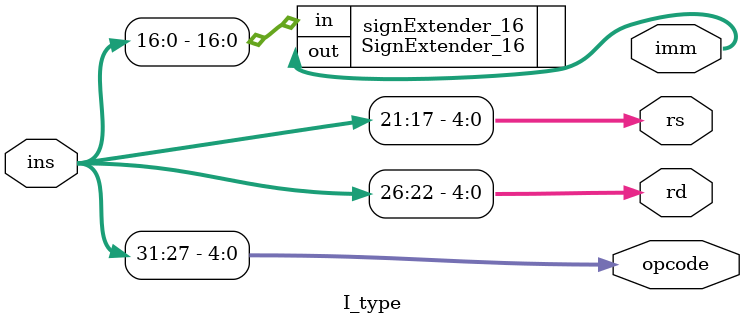
<source format=v>
module I_type(
    output [4:0] opcode,
    output [4:0] rd,
    output [4:0] rs,
    output [31:0] imm,
    input [31:0] ins);

    assign opcode = ins[31:27];
    assign rd = ins[26:22];
    assign rs = ins[21:17];

    // Sign extend immediate to 32 bits
    SignExtender_16 signExtender_16(
        .out(imm),
        .in(ins[16:0])
    );

endmodule

</source>
